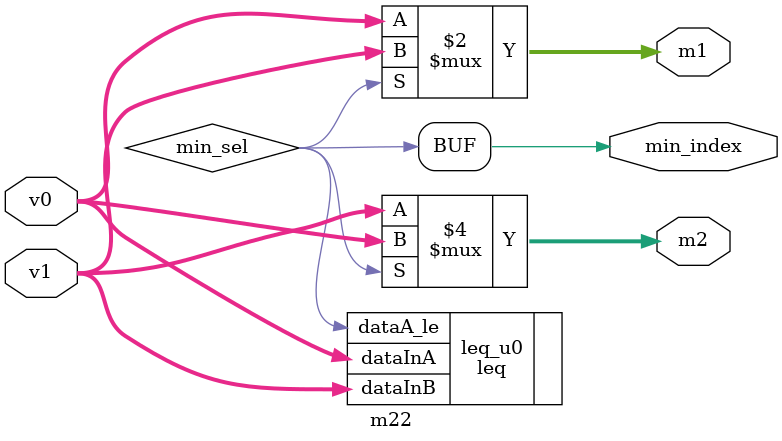
<source format=v>
module m22 #(parameter QUAN_SIZE = 3)(
	output wire [QUAN_SIZE-1:0] m1,
	output wire [QUAN_SIZE-1:0] m2,
	output wire min_index, // argmin(v0, v1)

	input wire [QUAN_SIZE-1:0] v0,
	input wire [QUAN_SIZE-1:0] v1
);

wire min_sel;
leq #(
	.QUAN_SIZE (QUAN_SIZE)
) leq_u0(
	.dataA_le (min_sel),

	.dataInA (v0[QUAN_SIZE-1:0]),
	.dataInB (v1[QUAN_SIZE-1:0])
);

assign m1[QUAN_SIZE-1:0] = (min_sel == 1'b0) ? v0[QUAN_SIZE-1:0] : v1[QUAN_SIZE-1:0];
assign m2[QUAN_SIZE-1:0] = (min_sel == 1'b0) ? v1[QUAN_SIZE-1:0] : v0[QUAN_SIZE-1:0];
assign min_index = min_sel;
endmodule

</source>
